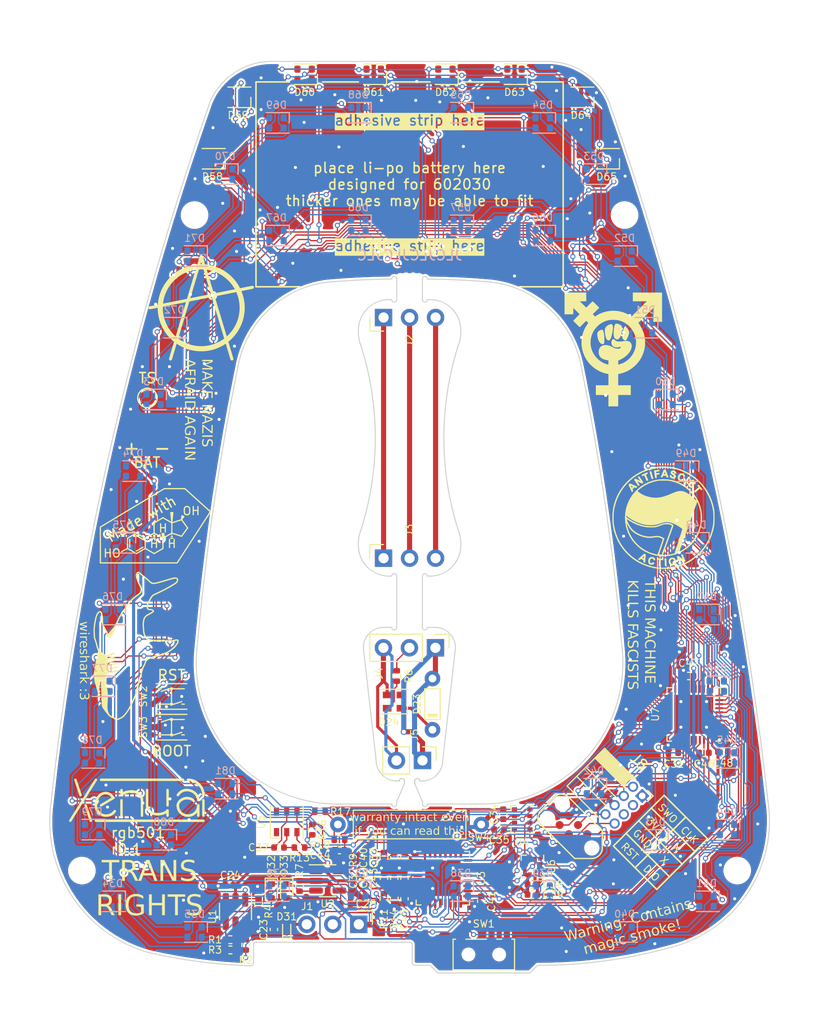
<source format=kicad_pcb>
(kicad_pcb (version 20221018) (generator pcbnew)

  (general
    (thickness 1.6)
  )

  (paper "A4")
  (title_block
    (title "Self contained addressible RGB ring for 3M 501")
    (date "2024-01-08")
    (rev "r0.1")
    (company "xenua")
  )

  (layers
    (0 "F.Cu" signal)
    (31 "B.Cu" signal)
    (32 "B.Adhes" user "B.Adhesive")
    (33 "F.Adhes" user "F.Adhesive")
    (34 "B.Paste" user)
    (35 "F.Paste" user)
    (36 "B.SilkS" user "B.Silkscreen")
    (37 "F.SilkS" user "F.Silkscreen")
    (38 "B.Mask" user)
    (39 "F.Mask" user)
    (40 "Dwgs.User" user "User.Drawings")
    (41 "Cmts.User" user "User.Comments")
    (42 "Eco1.User" user "User.Eco1")
    (43 "Eco2.User" user "User.Eco2")
    (44 "Edge.Cuts" user)
    (45 "Margin" user)
    (46 "B.CrtYd" user "B.Courtyard")
    (47 "F.CrtYd" user "F.Courtyard")
    (48 "B.Fab" user)
    (49 "F.Fab" user)
    (50 "User.1" user)
    (51 "User.2" user)
    (52 "User.3" user)
    (53 "User.4" user)
    (54 "User.5" user)
    (55 "User.6" user)
    (56 "User.7" user)
    (57 "User.8" user)
    (58 "User.9" user)
  )

  (setup
    (pad_to_mask_clearance 0)
    (pcbplotparams
      (layerselection 0x00010fc_ffffffff)
      (plot_on_all_layers_selection 0x0000000_00000000)
      (disableapertmacros false)
      (usegerberextensions false)
      (usegerberattributes true)
      (usegerberadvancedattributes true)
      (creategerberjobfile true)
      (dashed_line_dash_ratio 12.000000)
      (dashed_line_gap_ratio 3.000000)
      (svgprecision 4)
      (plotframeref false)
      (viasonmask false)
      (mode 1)
      (useauxorigin false)
      (hpglpennumber 1)
      (hpglpenspeed 20)
      (hpglpendiameter 15.000000)
      (dxfpolygonmode true)
      (dxfimperialunits true)
      (dxfusepcbnewfont true)
      (psnegative false)
      (psa4output false)
      (plotreference true)
      (plotvalue true)
      (plotinvisibletext false)
      (sketchpadsonfab false)
      (subtractmaskfromsilk false)
      (outputformat 1)
      (mirror false)
      (drillshape 1)
      (scaleselection 1)
      (outputdirectory "")
    )
  )

  (net 0 "")
  (net 1 "+BATT")
  (net 2 "GND")
  (net 3 "VCC")
  (net 4 "Net-(U2-BP)")
  (net 5 "VBUS")
  (net 6 "+3V3")
  (net 7 "Net-(J4-Pin_2)")
  (net 8 "unconnected-(U3-PA4-Pad10)")
  (net 9 "/CS_Pressure")
  (net 10 "/COPI")
  (net 11 "/SCLK")
  (net 12 "/CIPO")
  (net 13 "/CS_Gyro")
  (net 14 "/LED Matrix/R0")
  (net 15 "/LED Matrix/G0")
  (net 16 "/LED Matrix/B0")
  (net 17 "/LED Matrix/R1")
  (net 18 "/LED Matrix/G1")
  (net 19 "/LED Matrix/B1")
  (net 20 "/LED Matrix/R2")
  (net 21 "Net-(D23-K)")
  (net 22 "unconnected-(D24-DOUT-Pad2)")
  (net 23 "Net-(D24-DIN)")
  (net 24 "/LED Matrix/G2")
  (net 25 "/LED Matrix/B2")
  (net 26 "/LED Matrix/SW0")
  (net 27 "/LED Matrix/SW1")
  (net 28 "/LED Matrix/SW2")
  (net 29 "/LED Matrix/SW3")
  (net 30 "/CHARGE_LED")
  (net 31 "/LDO_EN")
  (net 32 "Net-(U1-ISET)")
  (net 33 "Net-(U1-TS)")
  (net 34 "/LED Matrix/SW4")
  (net 35 "unconnected-(U3-PC14-Pad2)")
  (net 36 "unconnected-(U3-PC15-Pad3)")
  (net 37 "Net-(D23-A)")
  (net 38 "Net-(D24-VSS)")
  (net 39 "unconnected-(U3-PA7-Pad13)")
  (net 40 "/SCL")
  (net 41 "/SDA")
  (net 42 "unconnected-(U3-PA6-Pad12)")
  (net 43 "/LED Matrix/SW5")
  (net 44 "/LED Matrix/SW6")
  (net 45 "/Controller/~{RST}")
  (net 46 "/Controller/BOOT0")
  (net 47 "/Controller/SWDIO")
  (net 48 "/Controller/SWCLK")
  (net 49 "/Controller/SWO")
  (net 50 "/LED Matrix/SW7")
  (net 51 "unconnected-(U7A-NC-Pad19)")
  (net 52 "/Controller/REED_SW")
  (net 53 "Net-(J2-Pin_1)")
  (net 54 "Net-(J2-Pin_2)")
  (net 55 "Net-(J2-Pin_3)")
  (net 56 "unconnected-(U7A-NC-Pad20)")
  (net 57 "unconnected-(U7A-NC-Pad21)")
  (net 58 "unconnected-(U5-NC-Pad1)")
  (net 59 "unconnected-(U5-NC-Pad6)")
  (net 60 "Net-(R17-Pad2)")
  (net 61 "/LED Matrix/R3")
  (net 62 "/LED Matrix/G3")
  (net 63 "/LED Matrix/B3")
  (net 64 "/LED Matrix/R4")
  (net 65 "/LED Matrix/G4")
  (net 66 "/LED Matrix/B4")
  (net 67 "/LED Matrix/R5")
  (net 68 "/LED Matrix/G5")
  (net 69 "/LED Matrix/B5")
  (net 70 "Net-(U7A-VCAP)")
  (net 71 "/Controller/CS_LEDs")
  (net 72 "/Controller/LED_VIO_EN")
  (net 73 "/Controller/LED_VSYNC")
  (net 74 "unconnected-(SW1-C-Pad3)")
  (net 75 "unconnected-(J8-KEY-Pad3)")
  (net 76 "unconnected-(J8-KEY-Pad5)")
  (net 77 "/VBAT_SENSE")
  (net 78 "/VBUS_DET")
  (net 79 "/~{CHG}")
  (net 80 "/INT2")
  (net 81 "/INT1")

  (footprint "TestPoint:TestPoint_Pad_D1.5mm" (layer "F.Cu") (at 74.4 93.85))

  (footprint "xenua:Conn_Magnet_3p" (layer "F.Cu") (at 100 86 90))

  (footprint "Resistor_SMD:R_0402_1005Metric" (layer "F.Cu") (at 97.5 142.75 90))

  (footprint "MountingHole:MountingHole_2.2mm_M2" (layer "F.Cu") (at 132 140))

  (footprint "Connector_PinHeader_2.54mm:PinHeader_1x03_P2.54mm_Vertical" (layer "F.Cu") (at 102.525 118.25 -90))

  (footprint "Capacitor_SMD:C_0402_1005Metric" (layer "F.Cu") (at 93.15 138 180))

  (footprint "Capacitor_SMD:C_0402_1005Metric" (layer "F.Cu") (at 93.75 143.25))

  (footprint "Connector_PinHeader_2.54mm:PinHeader_1x02_P2.54mm_Vertical" (layer "F.Cu") (at 101.26 129.25 -90))

  (footprint "Capacitor_SMD:C_0402_1005Metric" (layer "F.Cu") (at 109.15 134.5 -90))

  (footprint "Capacitor_SMD:C_0402_1005Metric" (layer "F.Cu") (at 128.75 128.5 180))

  (footprint "xenua:sig-medium" (layer "F.Cu") (at 66.865002 135.134999))

  (footprint "xenua:LED_RGB_1616" (layer "F.Cu") (at 119.25 70.5 180))

  (footprint "Resistor_SMD:R_0402_1005Metric" (layer "F.Cu") (at 97.5 138.75 -90))

  (footprint "Package_TO_SOT_SMD:SOT-23-6" (layer "F.Cu") (at 83 144 -90))

  (footprint "Diode_SMD:D_SOD-523" (layer "F.Cu") (at 86.5 142 -90))

  (footprint "xenua:SW_MSK12C02-HB" (layer "F.Cu") (at 107.25 148.2))

  (footprint "Capacitor_SMD:C_0402_1005Metric" (layer "F.Cu") (at 108.75 136 180))

  (footprint "xenua:Conn_Magnet_3p" (layer "F.Cu") (at 92.5 145.25 -90))

  (footprint "xenua:SW_Push_Alps_SKTCABE010" (layer "F.Cu") (at 76.75 126))

  (footprint "Resistor_SMD:R_0402_1005Metric" (layer "F.Cu") (at 84 147.25 -90))

  (footprint "MountingHole:MountingHole_2.2mm_M2" (layer "F.Cu") (at 68 140))

  (footprint "Capacitor_SMD:C_0402_1005Metric" (layer "F.Cu") (at 82.5 141.45 180))

  (footprint "xenua:AHT20" (layer "F.Cu") (at 88 135.25 90))

  (footprint "Resistor_SMD:R_0402_1005Metric" (layer "F.Cu") (at 85.25 143.25 -90))

  (footprint "xenua:1N4148" (layer "F.Cu") (at 102.235 123.75 90))

  (footprint "xenua:amogus" (layer "F.Cu") (at 80.325 137.4))

  (footprint "Capacitor_SMD:C_0402_1005Metric" (layer "F.Cu") (at 98.5 140.75 90))

  (footprint "xenua:MadeWithEstrogen" (layer "F.Cu") (at 75.05 107.05))

  (footprint "xenua:SW_Push_Alps_SKTCABE010" (layer "F.Cu") (at 76.75 123))

  (footprint "xenua:MouseBite_NoJaggies_S" (layer "F.Cu") (at 100 111.25 180))

  (footprint "xenua:LED_RGB_1616" (layer "F.Cu") (at 80.75 70.5 180))

  (footprint "MountingHole:MountingHole_2.2mm_M2" (layer "F.Cu") (at 79 76))

  (footprint "xenua:LGA-8_2x2.5mm_P0.65" (layer "F.Cu") (at 111 135 -90))

  (footprint "Package_LGA:LGA-12_2x2mm_P0.5mm" (layer "F.Cu")
    (tstamp 75bc8e3f-6fa8-4502-8ab6-a157480c917a)
    (at 112 139.6 -90)
    (descr "LGA12")
    (tags "lga land grid array")
    (property "Sheetfile" "rgb501.kicad_sch")
    (property "Sheetname" "")
    (path "/b59ece3c-cacf-4af9-8c4f-ff209b07af21")
    (attr smd)
    (fp_text reference "U6" (at 0 -1.85 90) (layer "F.SilkS")
        (effects (font (size 0.7 0.7) (thickness 0.1)))
      (tstamp 488024f7-12f1-4871-ac1a-b70c4f120d49)
    )
    (fp_text value "LIS2DH12" (at 0 1.6 90) (layer "F.Fab")
        (effects (font (size 1 1) (thickness 0.15)))
      (tstamp 7d1a2b64-6066-4566-82d1-1b805b9f7dad)
    )
    (fp_text user "${REFERENCE}" (at 0 0 90) (layer "F.Fab")
        (effects (font (size 0.5 0.5) (thickness 0.075)))
      (tstamp 08a4f619-b09f-420e-91b3-b28eec42a82b)
    )
    (fp_line (start -1.1 -1.1) (end -1.1 -1.1)
      (stroke (width 0.12) (type solid)) (layer "F.SilkS") (tstamp 567f2766-bcd2-4e69-893f-76b61b49f017))
    (fp_line (start -1.1 0.6) (end -1.1 0.6)
      (stroke (width 0.12) (type solid)) (layer "F.SilkS") (tstamp c4f6f5db-73ba-4de5-977e-9bd195aa1c31))
    (fp_line (start -1.1 1.1) (end -1.1 0.6)
      (stroke (width 0.12) (type solid)) (layer "F.SilkS") (tstamp 0d182a19-753a-42c9-964d-12042082c772))
    (fp_line (start -0.6 -1.1) (end -1.1 -1.1)
      (stroke (width 0.12) (type solid)) (layer "F.SilkS") (tstamp 69e43f27-3d6e-4c7f-8348-812fd4508b73))
    (fp_line (start -0.6 1.1) (end -1.1 1.1)
      (stroke (width 0.12) (type solid)) (layer "F.SilkS") (tstamp d446db49-2ee6-48e5-aa96-4a15c3c34e5c))
    (fp_line (start 0.6 -1.1) (end 1.1 -1.1)
      (stroke (width 0.12) (type solid)) (layer "F.SilkS") (tstamp 4e16ba93-c4ca-4d7f-bb89-d09cb2bd4f72))
    (fp_line (start 0.6 1.1) (end 0.6 1.1)
      (stroke (width 0.12) (type solid)) (layer "F.SilkS") (tstamp d6930789-0711-439d-a432-98a0382cb93f))
    (fp_line (start 1.1 -1.1) (end 1.1 -0.6)
      (stroke (width 0.12) (type solid)) (layer "F.SilkS") (tstamp 536c162e-f01a-45f4-96be-e5064cc037f3))
    (fp_line (start 1.1 -0.6) (end 1.1 -0.6)
      (stroke (width 0.12) (type solid)) (layer "F.SilkS") (tstamp 3aa70ba9-31ac-4274-aac3-4cdbb6e611c3))
    (fp_line (start 1.1 0.6) (end 1.1 1.1)
      (stroke (width 0.12) (type solid)) (layer "F.SilkS") (tstamp e3c3bf29-1014-4753-bfda-dd9a74005f3d))
    (fp_line (start 1.1 1.1) (end 0.6 1.1)
      (stroke (width 0.12) (type solid)) (layer "F.SilkS") (tstamp 641991da-d47e-4d08-8bfe-7612c00d3d77))
    (fp_line (start -1.25 -1.25) (end 1.25 -1.25)
      (stroke (width 0.05) (type solid)) (layer "F.CrtYd") (tstamp 0ee2812f-fe68-4067-81bd-bcb6f22ff8d9))
    (fp_line (start -1.25 1.25) (end -1.25 -1.25)
      (stroke (width 0.05) (type solid)) (layer "F.CrtYd") (tstamp 2d0f1e29-658a-4a74-8bee-05f946bb6d73))
    (fp_line (start 1.25 -1.25) (end 1.25 1.25)
      (stroke (width 0.05) (type solid)) (layer "F.CrtYd") (tstamp 2191dd6b-8dc6-43e8-a4ed-76f436e29c80))
    (fp_line (start 1.25 1.25) (end -1.25 1.25)
      (stroke (width 0.05) (type solid)) (layer "F.CrtYd") (tstamp 10af12d9-a1d2-458a-bc2a-64930f480566))
    (fp_line (start -1 -0.5) (end -0.5 -1)
      (stroke (width 0.1) (type solid)) (layer "F.Fab") (tstamp 93447c8d-0b38-47d4-9182-bd7a82bd83f7))
    (fp_line (start -1 1) (end -1 -0.5)
      (stroke (width 0.1) (type solid)) (layer "F.Fab") (tstamp 642209ab-01aa-4373-8349-1fd7451e4baf))
    (fp_line (start -0.5 -1) (end 1 -1)
      (stroke (width 0.1) (type solid)) (layer "F.Fab") (tstamp 138300fb-9cc5-4713-8b14-2744f1ca0217))
    (fp_line (start 1 -1) (end 1 1)
      (stroke (width 0.1) (type solid)) (layer "F.Fab") (tstamp 25bd53a3-cd2b-4f10-b60e-fc4a1f71b645))
    (fp_line (start 1 1) (end -1 1)
      (stroke (width 0.1) (type solid)) (layer "F.Fab") (tstamp 8f6ad2d3-e2d2-44b5-a147-7a9f7ec1bfb5))
    (pad "1" smd rect (at -0.7625 -0.75 270) (size 0.375 0.35) (layers "F.Cu" "F.Paste" "F.Mask")
      (net 11 "/SCLK") (pinfunction "SCL/SPC") (pintype "input") (tstamp 5f3993da-a448-4976-823b-9f9295c55d91))
    (pad "2" smd rect (at -0.7625 -0.25 270) (size 0.375 0.35) (layers "F.Cu" "F.Paste" "F.Mask")
      (net 13 "/CS_Gyro") (pinfunction "CS") (pintype "input") (tstamp 705ce13f-82dd-4297-a1ac-8b5e39d57841))
    (pad "3" smd rect (at -0.7625 0.25 270) (size 0.375 0.35) (layers "F.Cu" "F.Paste" "F.Mask")
      (net 12 "/CIPO") (pinfunction "SDO/SA0") (pintype "bidirectional") (tstamp 543ee023-55aa-4023-ad52-ab8413e29b01))
    (pad "4" smd rect (at -0.7625 0.75 270) (size 0.375 0.35) (layers "F.Cu" "F.Paste" "F.Mask")
      (net 10 "/COPI") (pinfunction "SDA/SDI/SDO") (pintype "bidirectional") (tstamp cbf07228-5200-4e7a-a302-594c17e8629c))
    (pad "5" smd rect (at -0.25 0.7625) (size 0.375 0.35) (layers "F.Cu" "F.Paste" "F.Mask")
      (net 2 "GND") (pinfunction "RES") (pintype "bidirectional") (tstamp 5870a941-c064-491e-b4f2-8062e4c0bcfa))
    (pad "6" smd rect (at 0.25 0.7625) (size 0.375 0.35) (layers "F.Cu" "F.Paste" "F.Mask")
      (net 2 "GND") (pinfunction "GND") (pintype "power_in") (tstamp c3cc41c1-bbcb-452e-b486-4db72e2202b1))
    (pad "7" smd rect (at 0.7625 0.75 270) (size 0.375 0.35) (layers "F.Cu" "F.Paste" "F.Mask")
      (net 2 "GND") (pinfunction "GND") (pintype "power_in") (tstamp a3a3a8fa-c043-475f-b441-34e8d47f7671))
    (pad "8" smd rect (at 0.7625 0.25 270) (size 0.375 0.35) (layers "F.Cu" "F.Paste" "F.Mask")
      (net 2 "GND") (pinfunction "GND") (pintype "power_in") (tstamp 33f8e55a-735a-40e2-9a4d-839d77f3639d))
    (pad "9" smd rect (at 0.7625 -0.25 270) (size 0.375 0.35) (layers "F.Cu" "F.Paste" "F.Mask")
      (net 6 "+3V3") (pinfunction "VDD") (pintype "power_in") (tstamp 15df3acb-4113-4244-b3f1-1c880db550e4))

... [2517971 chars truncated]
</source>
